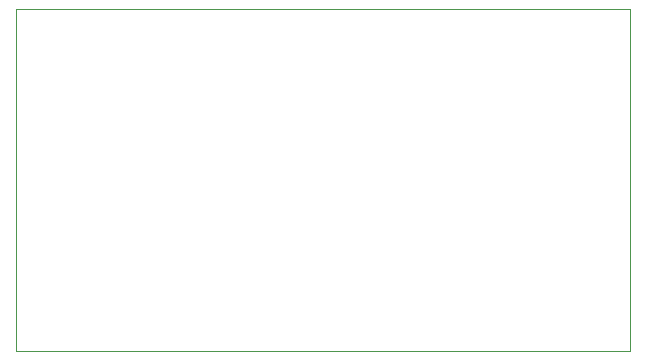
<source format=gbr>
G04 #@! TF.GenerationSoftware,KiCad,Pcbnew,(5.1.5)-3*
G04 #@! TF.CreationDate,2020-06-22T20:56:45+02:00*
G04 #@! TF.ProjectId,PCB Interface imprimante 3d,50434220-496e-4746-9572-666163652069,rev?*
G04 #@! TF.SameCoordinates,Original*
G04 #@! TF.FileFunction,Profile,NP*
%FSLAX46Y46*%
G04 Gerber Fmt 4.6, Leading zero omitted, Abs format (unit mm)*
G04 Created by KiCad (PCBNEW (5.1.5)-3) date 2020-06-22 20:56:45*
%MOMM*%
%LPD*%
G04 APERTURE LIST*
%ADD10C,0.050000*%
G04 APERTURE END LIST*
D10*
X100000000Y-129000000D02*
X100000000Y-100000000D01*
X152000000Y-129000000D02*
X100000000Y-129000000D01*
X152000000Y-100000000D02*
X152000000Y-129000000D01*
X100000000Y-100000000D02*
X152000000Y-100000000D01*
M02*

</source>
